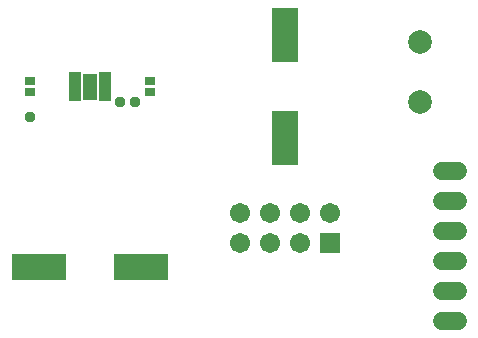
<source format=gbr>
G04 EAGLE Gerber RS-274X export*
G75*
%MOMM*%
%FSLAX34Y34*%
%LPD*%
%INSoldermask Top*%
%IPPOS*%
%AMOC8*
5,1,8,0,0,1.08239X$1,22.5*%
G01*
G04 Define Apertures*
%ADD10R,0.932300X0.763200*%
%ADD11R,1.153200X2.203200*%
%ADD12R,1.003200X0.483200*%
%ADD13R,0.832300X0.763200*%
%ADD14R,4.618900X2.318500*%
%ADD15C,2.003200*%
%ADD16R,2.318500X4.618900*%
%ADD17C,1.703200*%
%ADD18R,1.703200X1.703200*%
%ADD19C,1.524000*%
%ADD20C,0.959600*%
D10*
X139700Y223754D03*
X139700Y233446D03*
D11*
X88900Y228600D03*
D12*
X101400Y228600D03*
X76400Y228600D03*
X76400Y233600D03*
X76400Y223600D03*
X76400Y238600D03*
X76400Y218600D03*
X101400Y218600D03*
X101400Y223600D03*
X101400Y233600D03*
X101400Y238600D03*
D13*
X38100Y233446D03*
X38100Y223754D03*
D14*
X45373Y76200D03*
X132427Y76200D03*
D15*
X368300Y266700D03*
X368300Y215900D03*
D16*
X254000Y272127D03*
X254000Y185073D03*
D17*
X215900Y95800D03*
X241300Y95800D03*
X266700Y95800D03*
D18*
X292100Y95800D03*
D17*
X292100Y121200D03*
X266700Y121200D03*
X241300Y121200D03*
X215900Y121200D03*
D19*
X387096Y157226D02*
X400304Y157226D01*
X400304Y131826D02*
X387096Y131826D01*
X387096Y106426D02*
X400304Y106426D01*
X400304Y81026D02*
X387096Y81026D01*
X387096Y55626D02*
X400304Y55626D01*
X400304Y30226D02*
X387096Y30226D01*
D20*
X114300Y215900D03*
X127000Y215900D03*
X38100Y203200D03*
M02*

</source>
